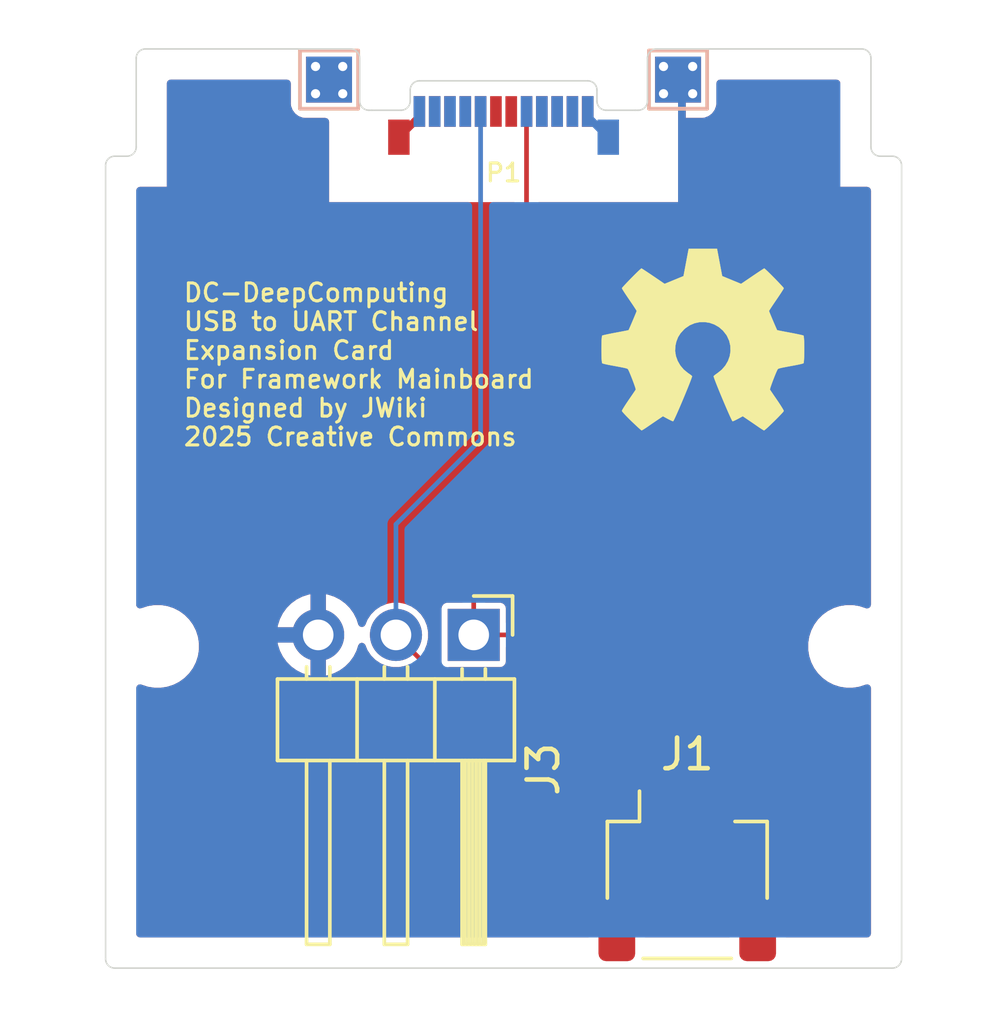
<source format=kicad_pcb>
(kicad_pcb (version 20241229) (generator "pcbnew") (generator_version "9.0")
  (title_block (title "Expansion Card Template") (rev "X1") (company "Framework") (comment 1 "This work is licensed under a Creative Commons Attribution 4.0 International License") (comment 4 "https://frame.work"))
  (layers (0 "F.Cu" signal) (2 "B.Cu" signal) (13 "F.Paste" user) (15 "B.Paste" user) (5 "F.SilkS" user "F.Silkscreen") (7 "B.SilkS" user "B.Silkscreen") (1 "F.Mask" user) (3 "B.Mask" user) (25 "Edge.Cuts" user))
  (net 0 "")
  (net 1 "GND")
  (net 2 "Net-(J1-Pin_3)")
  (net 3 "Net-(J1-Pin_1)")
  (net 5 "Net-(P1-VBUS-PadA4)")
  (footprint "Expansion_Card:USB_C_Plug_Molex_105444" (layer "F.Cu") (at 140 129)
    (property "Reference" "P1" (at 0 2.04 0) (layer "F.SilkS") (effects (font (size 0.5842 0.5842) (thickness 0.1016))))
    (property "Value" "USB_C_Plug")
    (fp_line (start -3.35 0) (end -4.3 0) (stroke (width 0.05)) (layer "Edge.Cuts"))
    (fp_line (start -3.05 -0.66) (end -3.05 -0.3) (stroke (width 0.05)) (layer "Edge.Cuts"))
    (fp_line (start -2.75 -0.96) (end 2.75 -0.96) (stroke (width 0.05)) (layer "Edge.Cuts"))
    (fp_line (start 3.05 -0.66) (end 3.05 -0.3) (stroke (width 0.05)) (layer "Edge.Cuts"))
    (fp_line (start 3.35 0) (end 4.3 0) (stroke (width 0.05)) (layer "Edge.Cuts"))
    (fp_arc (start -3.05 -0.66) (mid -2.962132 -0.872132) (end -2.75 -0.96) (stroke (width 0.05)) (layer "Edge.Cuts"))
    (fp_arc (start -3.05 -0.3) (mid -3.137868 -0.087868) (end -3.35 0) (stroke (width 0.05)) (layer "Edge.Cuts"))
    (fp_arc (start 2.75 -0.96) (mid 2.962132 -0.872132) (end 3.05 -0.66) (stroke (width 0.05)) (layer "Edge.Cuts"))
    (fp_arc (start 3.35 0) (mid 3.137868 -0.087868) (end 3.05 -0.3) (stroke (width 0.05)) (layer "Edge.Cuts"))
    (pad "A1" smd rect (at -2.75 0.04) (size 0.38 1) (layers "F.Cu" "F.Mask" "F.Paste") (net 1 "GND"))
    (pad "A2" smd rect (at -2.25 0.04) (size 0.38 1) (layers "F.Cu" "F.Mask" "F.Paste"))
    (pad "A3" smd rect (at -1.75 0.04) (size 0.38 1) (layers "F.Cu" "F.Mask" "F.Paste"))
    (pad "A4" smd rect (at -1.25 0.04) (size 0.38 1) (layers "F.Cu" "F.Mask" "F.Paste") (net 5 "Net-(P1-VBUS-PadA4)"))
    (pad "A5" smd rect (at -0.75 0.04) (size 0.38 1) (layers "F.Cu" "F.Mask" "F.Paste"))
    (pad "A6" smd rect (at -0.25 0.04) (size 0.38 1) (layers "F.Cu" "F.Mask" "F.Paste"))
    (pad "A7" smd rect (at 0.25 0.04) (size 0.38 1) (layers "F.Cu" "F.Mask" "F.Paste"))
    (pad "A8" smd rect (at 0.75 0.04) (size 0.38 1) (layers "F.Cu" "F.Mask" "F.Paste") (net 2 "Net-(J1-Pin_3)"))
    (pad "A9" smd rect (at 1.25 0.04) (size 0.38 1) (layers "F.Cu" "F.Mask" "F.Paste") (net 5 "Net-(P1-VBUS-PadA4)"))
    (pad "A10" smd rect (at 1.75 0.04) (size 0.38 1) (layers "F.Cu" "F.Mask" "F.Paste"))
    (pad "A11" smd rect (at 2.25 0.04) (size 0.38 1) (layers "F.Cu" "F.Mask" "F.Paste"))
    (pad "A12" smd rect (at 2.75 0.04) (size 0.38 1) (layers "F.Cu" "F.Mask" "F.Paste") (net 1 "GND"))
    (pad "B1" smd rect (at 2.75 0.04) (size 0.38 1) (layers "B.Cu" "B.Mask" "B.Paste") (net 1 "GND"))
    (pad "B2" smd rect (at 2.25 0.04) (size 0.38 1) (layers "B.Cu" "B.Mask" "B.Paste"))
    (pad "B3" smd rect (at 1.75 0.04) (size 0.38 1) (layers "B.Cu" "B.Mask" "B.Paste"))
    (pad "B4" smd rect (at 1.25 0.04) (size 0.38 1) (layers "B.Cu" "B.Mask" "B.Paste") (net 5 "Net-(P1-VBUS-PadA4)"))
    (pad "B5" smd rect (at 0.75 0.04) (size 0.38 1) (layers "B.Cu" "B.Mask" "B.Paste"))
    (pad "B8" smd rect (at -0.75 0.04) (size 0.38 1) (layers "B.Cu" "B.Mask" "B.Paste") (net 3 "Net-(J1-Pin_1)"))
    (pad "B9" smd rect (at -1.25 0.04) (size 0.38 1) (layers "B.Cu" "B.Mask" "B.Paste") (net 5 "Net-(P1-VBUS-PadA4)"))
    (pad "B10" smd rect (at -1.75 0.04) (size 0.38 1) (layers "B.Cu" "B.Mask" "B.Paste"))
    (pad "B11" smd rect (at -2.25 0.04) (size 0.38 1) (layers "B.Cu" "B.Mask" "B.Paste"))
    (pad "B12" smd rect (at -2.75 0.04) (size 0.38 1) (layers "B.Cu" "B.Mask" "B.Paste") (net 1 "GND"))
    (pad "S1" smd rect (at -3.42 0.88) (size 0.7 1.15) (layers "F.Cu" "F.Mask" "F.Paste") (net 1 "GND"))
    (pad "S1" smd rect (at 3.42 0.88) (size 0.7 1.15) (layers "B.Cu" "B.Mask" "B.Paste") (net 1 "GND"))
  )
  (footprint "MountingHole:MountingHole_2.2mm_M2" (layer "F.Cu") (at 128.7 146.5)
    (property "Reference" "H1" (hide yes))
    (property "Value" "MountingHole")
    (pad "" np_thru_hole circle (at 0 0) (size 2.2 2.2) (drill 2.2) (layers "*.Cu" "*.Mask"))
  )
  (footprint "MountingHole:MountingHole_2.2mm_M2" (layer "F.Cu") (at 151.3 146.5)
    (property "Reference" "H2" (hide yes))
    (property "Value" "MountingHole")
    (pad "" np_thru_hole circle (at 0 0) (size 2.2 2.2) (drill 2.2) (layers "*.Cu" "*.Mask"))
  )
  (footprint "TestPoint:TestPoint_Pad_1.5x1.5mm" (layer "F.Cu") (at 134.3 128)
    (property "Reference" "TP1" (hide yes))
    (property "Value" "TestPoint")
    (fp_line (start -0.95 -0.95) (end 0.95 -0.95) (stroke (width 0.12)) (layer "F.SilkS"))
    (fp_line (start -0.95 0.95) (end -0.95 -0.95) (stroke (width 0.12)) (layer "F.SilkS"))
    (fp_line (start 0.95 -0.95) (end 0.95 0.95) (stroke (width 0.12)) (layer "F.SilkS"))
    (fp_line (start 0.95 0.95) (end -0.95 0.95) (stroke (width 0.12)) (layer "F.SilkS"))
    (pad "1" smd rect (at 0 0) (size 1.5 1.5) (layers "F.Cu" "F.Mask") (net 1 "GND"))
  )
  (footprint "TestPoint:TestPoint_Pad_1.5x1.5mm" (layer "F.Cu") (at 145.7 128)
    (property "Reference" "TP3" (hide yes))
    (property "Value" "TestPoint")
    (fp_line (start -0.95 -0.95) (end 0.95 -0.95) (stroke (width 0.12)) (layer "F.SilkS"))
    (fp_line (start -0.95 0.95) (end -0.95 -0.95) (stroke (width 0.12)) (layer "F.SilkS"))
    (fp_line (start 0.95 -0.95) (end 0.95 0.95) (stroke (width 0.12)) (layer "F.SilkS"))
    (fp_line (start 0.95 0.95) (end -0.95 0.95) (stroke (width 0.12)) (layer "F.SilkS"))
    (pad "1" smd rect (at 0 0) (size 1.5 1.5) (layers "F.Cu" "F.Mask") (net 1 "GND"))
  )
  (footprint "Symbol:OSHW-Symbol_6.7x6mm_SilkScreen" (layer "F.Cu") (at 146.5 136.5)
    (property "Reference" "REF**" (hide yes))
    (property "Value" "OSHW-Symbol_6.7x6mm_SilkScreen" (hide yes))
    (fp_poly (pts (xy 0.555814 -2.531069) (xy 0.639635 -2.086445) (xy 0.94892 -1.958947) (xy 1.258206 -1.831449) (xy 1.629246 -2.083754) (xy 1.733157 -2.154004) (xy 1.827087 -2.216728) (xy 1.906652 -2.269062) (xy 1.96747 -2.308143) (xy 2.005157 -2.331107) (xy 2.015421 -2.336058) (xy 2.03391 -2.323324) (xy 2.07342 -2.288118) (xy 2.129522 -2.234938) (xy 2.197787 -2.168282) (xy 2.273786 -2.092646) (xy 2.353092 -2.012528) (xy 2.431275 -1.932426) (xy 2.503907 -1.856836) (xy 2.566559 -1.790255) (xy 2.614803 -1.737182) (xy 2.64421 -1.702113) (xy 2.651241 -1.690377) (xy 2.641123 -1.66874) (xy 2.612759 -1.621338) (xy 2.569129 -1.552807) (xy 2.513218 -1.467785) (xy 2.448006 -1.370907) (xy 2.410219 -1.31565) (xy 2.341343 -1.214752) (xy 2.28014 -1.123701) (xy 2.229578 -1.04703) (xy 2.192628 -0.989272) (xy 2.172258 -0.954957) (xy 2.169197 -0.947746) (xy 2.176136 -0.927252) (xy 2.195051 -0.879487) (xy 2.223087 -0.811168) (xy 2.257391 -0.729011) (xy 2.295109 -0.63973) (xy 2.333387 -0.550042) (xy 2.36937 -0.466662) (xy 2.400206 -0.396306) (xy 2.423039 -0.34569) (xy 2.435017 -0.321529) (xy 2.435724 -0.320578) (xy 2.454531 -0.315964) (xy 2.504618 -0.305672) (xy 2.580793 -0.290713) (xy 2.677865 -0.272099) (xy 2.790643 -0.250841) (xy 2.856442 -0.238582) (xy 2.97695 -0.215638) (xy 3.085797 -0.193805) (xy 3.177476 -0.174278) (xy 3.246481 -0.158252) (xy 3.287304 -0.146921) (xy 3.295511 -0.143326) (xy 3.303548 -0.118994) (xy 3.310033 -0.064041) (xy 3.31497 0.015108) (xy 3.318364 0.112026) (xy 3.320218 0.220287) (xy 3.320538 0.333465) (xy 3.319327 0.445135) (xy 3.31659 0.548868) (xy 3.312331 0.638241) (xy 3.306555 0.706826) (xy 3.299267 0.748197) (xy 3.294895 0.75681) (xy 3.268764 0.767133) (xy 3.213393 0.781892) (xy 3.136107 0.799352) (xy 3.04423 0.81778) (xy 3.012158 0.823741) (xy 2.857524 0.852066) (xy 2.735375 0.874876) (xy 2.641673 0.89308) (xy 2.572384 0.907583) (xy 2.523471 0.919292) (xy 2.490897 0.929115) (xy 2.470628 0.937956) (xy 2.458626 0.946724) (xy 2.456947 0.948457) (xy 2.440184 0.976371) (xy 2.414614 1.030695) (xy 2.382788 1.104777) (xy 2.34726 1.191965) (xy 2.310583 1.285608) (xy 2.275311 1.379052) (xy 2.243996 1.465647) (xy 2.219193 1.53874) (xy 2.203454 1.591678) (xy 2.199332 1.617811) (xy 2.199676 1.618726) (xy 2.213641 1.640086) (xy 2.245322 1.687084) (xy 2.291391 1.754827) (xy 2.348518 1.838423) (xy 2.413373 1.932982) (xy 2.431843 1.959854) (xy 2.497699 2.057275) (xy 2.55565 2.146163) (xy 2.602538 2.221412) (xy 2.635207 2.27792) (xy 2.6505 2.310581) (xy 2.651241 2.314593) (xy 2.638392 2.335684) (xy 2.602888 2.377464) (xy 2.549293 2.435445) (xy 2.482171 2.505135) (xy 2.406087 2.582045) (xy 2.325604 2.661683) (xy 2.245287 2.739561) (xy 2.169699 2.811186) (xy 2.103405 2.87207) (xy 2.050969 2.917721) (xy 2.016955 2.94365) (xy 2.007545 2.947883) (xy 1.985643 2.937912) (xy 1.9408 2.91102) (xy 1.880321 2.871736) (xy 1.833789 2.840117) (xy 1.749475 2.782098) (xy 1.649626 2.713784) (xy 1.549473 2.645579) (xy 1.495627 2.609075) (xy 1.313371 2.4858) (xy 1.160381 2.56852) (xy 1.090682 2.604759) (xy 1.031414 2.632926) (xy 0.991311 2.648991) (xy 0.981103 2.651226) (xy 0.968829 2.634722) (xy 0.944613 2.588082) (xy 0.910263 2.515609) (xy 0.867588 2.421606) (xy 0.818394 2.310374) (xy 0.76449 2.186215) (xy 0.707684 2.053432) (xy 0.649782 1.916327) (xy 0.592593 1.779202) (xy 0.537924 1.646358) (xy 0.487584 1.522098) (xy 0.44338 1.410725) (xy 0.407119 1.316539) (xy 0.380609 1.243844) (xy 0.365658 1.196941) (xy 0.363254 1.180833) (xy 0.382311 1.160286) (xy 0.424036 1.126933) (xy 0.479706 1.087702) (xy 0.484378 1.084599) (xy 0.628264 0.969423) (xy 0.744283 0.835053) (xy 0.83143 0.685784) (xy 0.888699 0.525913) (xy 0.915086 0.359737) (xy 0.909585 0.191552) (xy 0.87119 0.025655) (xy 0.798895 -0.133658) (xy 0.777626 -0.168513) (xy 0.666996 -0.309263) (xy 0.536302 -0.422286) (xy 0.390064 -0.506997) (xy 0.232808 -0.562806) (xy 0.069057 -0.589126) (xy -0.096667 -0.58537) (xy -0.259838 -0.55095) (xy -0.415935 -0.485277) (xy -0.560433 -0.387765) (xy -0.605131 -0.348187) (xy -0.718888 -0.224297) (xy -0.801782 -0.093876) (xy -0.858644 0.052315) (xy -0.890313 0.197088) (xy -0.898131 0.35986) (xy -0.872062 0.52344) (xy -0.814755 0.682298) (xy -0.728856 0.830906) (xy -0.617014 0.963735) (xy -0.481877 1.075256) (xy -0.464117 1.087011) (xy -0.40785 1.125508) (xy -0.365077 1.158863) (xy -0.344628 1.18016) (xy -0.344331 1.180833) (xy -0.348721 1.203871) (xy -0.366124 1.256157) (xy -0.394732 1.33339) (xy -0.432735 1.431268) (xy -0.478326 1.545491) (xy -0.529697 1.671758) (xy -0.585038 1.805767) (xy -0.642542 1.943218) (xy -0.700399 2.079808) (xy -0.756802 2.211237) (xy -0.809942 2.333205) (xy -0.85801 2.441409) (xy -0.899199 2.531549) (xy -0.931699 2.599323) (xy -0.953703 2.64043) (xy -0.962564 2.651226) (xy -0.98964 2.642819) (xy -1.040303 2.620272) (xy -1.105817 2.587613) (xy -1.141841 2.56852) (xy -1.294832 2.4858) (xy -1.477088 2.609075) (xy -1.570125 2.672228) (xy -1.671985 2.741727) (xy -1.767438 2.807165) (xy -1.81525 2.840117) (xy -1.882495 2.885273) (xy -1.939436 2.921057) (xy -1.978646 2.942938) (xy -1.991381 2.947563) (xy -2.009917 2.935085) (xy -2.050941 2.900252) (xy -2.110475 2.846678) (xy -2.184542 2.777983) (xy -2.269165 2.697781) (xy -2.322685 2.646286) (xy -2.416319 2.554286) (xy -2.497241 2.471999) (xy -2.562177 2.402945) (xy -2.607858 2.350644) (xy -2.631011 2.318616) (xy -2.633232 2.312116) (xy -2.622924 2.287394) (xy -2.594439 2.237405) (xy -2.550937 2.167212) (xy -2.495577 2.081875) (xy -2.43152 1.986456) (xy -2.413303 1.959854) (xy -2.346927 1.863167) (xy -2.287378 1.776117) (xy -2.237984 1.703595) (xy -2.202075 1.650493) (xy -2.182981 1.621703) (xy -2.181136 1.618726) (xy -2.183895 1.595782) (xy -2.198538 1.545336) (xy -2.222513 1.474041) (xy -2.253266 1.388547) (xy -2.288244 1.295507) (xy -2.324893 1.201574) (xy -2.360661 1.113399) (xy -2.392994 1.037634) (xy -2.419338 0.980931) (xy -2.437142 0.949943) (xy -2.438407 0.948457) (xy -2.449294 0.939601) (xy -2.467682 0.930843) (xy -2.497606 0.921277) (xy -2.543103 0.909996) (xy -2.608209 0.896093) (xy -2.696961 0.878663) (xy -2.813393 0.856798) (xy -2.961542 0.829591) (xy -2.993618 0.823741) (xy -3.088686 0.805374) (xy -3.171565 0.787405) (xy -3.23493 0.771569) (xy -3.271458 0.7596) (xy -3.276356 0.75681) (xy -3.284427 0.732072) (xy -3.290987 0.67679) (xy -3.296033 0.597389) (xy -3.299559 0.500296) (xy -3.301561 0.391938) (xy -3.302036 0.27874) (xy -3.300977 0.167128) (xy -3.298382 0.063529) (xy -3.294246 -0.025632) (xy -3.288563 -0.093928) (xy -3.281331 -0.134934) (xy -3.276971 -0.143326) (xy -3.252698 -0.151792) (xy -3.197426 -0.165565) (xy -3.116662 -0.18345) (xy -3.015912 -0.204252) (xy -2.900683 -0.226777) (xy -2.837902 -0.238582) (xy -2.718787 -0.260849) (xy -2.612565 -0.281021) (xy -2.524427 -0.298085) (xy -2.459566 -0.311031) (xy -2.423174 -0.318845) (xy -2.417184 -0.320578) (xy -2.407061 -0.34011) (xy -2.385662 -0.387157) (xy -2.355839 -0.454997) (xy -2.320445 -0.536909) (xy -2.282332 -0.626172) (xy -2.244353 -0.716065) (xy -2.20936 -0.799865) (xy -2.180206 -0.870853) (xy -2.159743 -0.922306) (xy -2.150823 -0.947503) (xy -2.150657 -0.948604) (xy -2.160769 -0.968481) (xy -2.189117 -1.014223) (xy -2.232723 -1.081283) (xy -2.288606 -1.165116) (xy -2.353787 -1.261174) (xy -2.391679 -1.31635) (xy -2.460725 -1.417519) (xy -2.52205 -1.50937) (xy -2.572663 -1.587256) (xy -2.609571 -1.646531) (xy -2.629782 -1.682549) (xy -2.632701 -1.690623) (xy -2.620153 -1.709416) (xy -2.585463 -1.749543) (xy -2.533063 -1.806507) (xy -2.467384 -1.875815) (xy -2.392856 -1.952969) (xy -2.313913 -2.033475) (xy -2.234983 -2.112837) (xy -2.1605 -2.18656) (xy -2.094894 -2.250148) (xy -2.042596 -2.299106) (xy -2.008039 -2.328939) (xy -1.996478 -2.336058) (xy -1.977654 -2.326047) (xy -1.932631 -2.297922) (xy -1.865787 -2.254546) (xy -1.781499 -2.198782) (xy -1.684144 -2.133494) (xy -1.610707 -2.083754) (xy -1.239667 -1.831449) (xy -0.621095 -2.086445) (xy -0.537275 -2.531069) (xy -0.453454 -2.975693) (xy 0.471994 -2.975693) (xy 0.555814 -2.531069)) (stroke (width 0.01)) (fill yes) (layer "F.SilkS"))
  )
  (footprint "Connector_PinHeader_2.54mm:PinHeader_1x03_P2.54mm_Horizontal" (layer "F.Cu") (at 139.025 146.125 -90)
    (property "Reference" "J3" (at 4.385 -2.27 90) (layer "F.SilkS"))
    (property "Value" "PinHeader_UART")
    (fp_line (start 1.44 6.41) (end 4.1 6.41) (stroke (width 0.12)) (layer "F.SilkS"))
    (fp_line (start 4.1 6.41) (end 4.1 -1.33) (stroke (width 0.12)) (layer "F.SilkS"))
    (fp_line (start 1.042929 5.46) (end 1.44 5.46) (stroke (width 0.12)) (layer "F.SilkS"))
    (fp_line (start 10.1 5.46) (end 4.1 5.46) (stroke (width 0.12)) (layer "F.SilkS"))
    (fp_line (start 1.042929 4.7) (end 1.44 4.7) (stroke (width 0.12)) (layer "F.SilkS"))
    (fp_line (start 4.1 4.7) (end 10.1 4.7) (stroke (width 0.12)) (layer "F.SilkS"))
    (fp_line (start 10.1 4.7) (end 10.1 5.46) (stroke (width 0.12)) (layer "F.SilkS"))
    (fp_line (start 1.44 3.81) (end 4.1 3.81) (stroke (width 0.12)) (layer "F.SilkS"))
    (fp_line (start 1.042929 2.92) (end 1.44 2.92) (stroke (width 0.12)) (layer "F.SilkS"))
    (fp_line (start 10.1 2.92) (end 4.1 2.92) (stroke (width 0.12)) (layer "F.SilkS"))
    (fp_line (start 1.042929 2.16) (end 1.44 2.16) (stroke (width 0.12)) (layer "F.SilkS"))
    (fp_line (start 4.1 2.16) (end 10.1 2.16) (stroke (width 0.12)) (layer "F.SilkS"))
    (fp_line (start 10.1 2.16) (end 10.1 2.92) (stroke (width 0.12)) (layer "F.SilkS"))
    (fp_line (start 1.44 1.27) (end 4.1 1.27) (stroke (width 0.12)) (layer "F.SilkS"))
    (fp_line (start 1.11 0.38) (end 1.44 0.38) (stroke (width 0.12)) (layer "F.SilkS"))
    (fp_line (start 10.1 0.38) (end 4.1 0.38) (stroke (width 0.12)) (layer "F.SilkS"))
    (fp_line (start 4.1 0.28) (end 10.1 0.28) (stroke (width 0.12)) (layer "F.SilkS"))
    (fp_line (start 4.1 0.16) (end 10.1 0.16) (stroke (width 0.12)) (layer "F.SilkS"))
    (fp_line (start 4.1 0.04) (end 10.1 0.04) (stroke (width 0.12)) (layer "F.SilkS"))
    (fp_line (start -1.27 0) (end -1.27 -1.27) (stroke (width 0.12)) (layer "F.SilkS"))
    (fp_line (start 4.1 -0.08) (end 10.1 -0.08) (stroke (width 0.12)) (layer "F.SilkS"))
    (fp_line (start 4.1 -0.2) (end 10.1 -0.2) (stroke (width 0.12)) (layer "F.SilkS"))
    (fp_line (start 4.1 -0.32) (end 10.1 -0.32) (stroke (width 0.12)) (layer "F.SilkS"))
    (fp_line (start 1.11 -0.38) (end 1.44 -0.38) (stroke (width 0.12)) (layer "F.SilkS"))
    (fp_line (start 4.1 -0.38) (end 10.1 -0.38) (stroke (width 0.12)) (layer "F.SilkS"))
    (fp_line (start 10.1 -0.38) (end 10.1 0.38) (stroke (width 0.12)) (layer "F.SilkS"))
    (fp_line (start -1.27 -1.27) (end 0 -1.27) (stroke (width 0.12)) (layer "F.SilkS"))
    (fp_line (start 1.44 -1.33) (end 1.44 6.41) (stroke (width 0.12)) (layer "F.SilkS"))
    (fp_line (start 4.1 -1.33) (end 1.44 -1.33) (stroke (width 0.12)) (layer "F.SilkS"))
    (pad "1" thru_hole rect (at 0 0 270) (size 1.7 1.7) (drill 1) (layers "*.Cu" "*.Mask") (net 2 "Net-(J1-Pin_3)"))
    (pad "2" thru_hole oval (at 0 2.54 270) (size 1.7 1.7) (drill 1) (layers "*.Cu" "*.Mask") (net 3 "Net-(J1-Pin_1)"))
    (pad "3" thru_hole oval (at 0 5.08 270) (size 1.7 1.7) (drill 1) (layers "*.Cu" "*.Mask") (net 1 "GND"))
  )
  (footprint "Connector_JST:JST_SH_SM03B-SRSS-TB_1x03-1MP_P1.00mm_Horizontal" (layer "F.Cu") (at 146 154)
    (property "Reference" "J1" (at 0 -3.98 0) (layer "F.SilkS"))
    (property "Value" "JST_UART")
    (fp_line (start -2.61 -1.785) (end -1.56 -1.785) (stroke (width 0.12)) (layer "F.SilkS"))
    (fp_line (start -2.61 0.715) (end -2.61 -1.785) (stroke (width 0.12)) (layer "F.SilkS"))
    (fp_line (start -1.56 -1.785) (end -1.56 -2.775) (stroke (width 0.12)) (layer "F.SilkS"))
    (fp_line (start -1.44 2.685) (end 1.44 2.685) (stroke (width 0.12)) (layer "F.SilkS"))
    (fp_line (start 2.61 -1.785) (end 1.56 -1.785) (stroke (width 0.12)) (layer "F.SilkS"))
    (fp_line (start 2.61 0.715) (end 2.61 -1.785) (stroke (width 0.12)) (layer "F.SilkS"))
    (pad "1" smd roundrect (at -1 -2) (size 0.6 1.55) (layers "F.Cu" "F.Mask" "F.Paste") (net 3 "Net-(J1-Pin_1)"))
    (pad "2" smd roundrect (at 0 -2) (size 0.6 1.55) (layers "F.Cu" "F.Mask" "F.Paste") (net 1 "GND"))
    (pad "3" smd roundrect (at 1 -2) (size 0.6 1.55) (layers "F.Cu" "F.Mask" "F.Paste") (net 2 "Net-(J1-Pin_3)"))
    (pad "MP" smd roundrect (at -2.3 1.875) (size 1.2 1.8) (layers "F.Cu" "F.Mask" "F.Paste") (roundrect_rratio 0.208333))
    (pad "MP" smd roundrect (at 2.3 1.875) (size 1.2 1.8) (layers "F.Cu" "F.Mask" "F.Paste") (roundrect_rratio 0.208333))
  )
  (footprint "TestPoint:TestPoint_Pad_1.5x1.5mm" (layer "B.Cu") (at 134.3 128)
    (property "Reference" "TP2" (hide yes))
    (property "Value" "TestPoint")
    (fp_line (start -0.95 -0.95) (end -0.95 0.95) (stroke (width 0.12)) (layer "B.SilkS"))
    (fp_line (start -0.95 0.95) (end 0.95 0.95) (stroke (width 0.12)) (layer "B.SilkS"))
    (fp_line (start 0.95 -0.95) (end -0.95 -0.95) (stroke (width 0.12)) (layer "B.SilkS"))
    (fp_line (start 0.95 0.95) (end 0.95 -0.95) (stroke (width 0.12)) (layer "B.SilkS"))
    (pad "1" smd rect (at 0 0) (size 1.5 1.5) (layers "B.Cu" "B.Mask") (net 1 "GND"))
  )
  (footprint "TestPoint:TestPoint_Pad_1.5x1.5mm" (layer "B.Cu") (at 145.7 128)
    (property "Reference" "TP4" (hide yes))
    (property "Value" "TestPoint")
    (fp_line (start -0.95 -0.95) (end -0.95 0.95) (stroke (width 0.12)) (layer "B.SilkS"))
    (fp_line (start -0.95 0.95) (end 0.95 0.95) (stroke (width 0.12)) (layer "B.SilkS"))
    (fp_line (start 0.95 -0.95) (end -0.95 -0.95) (stroke (width 0.12)) (layer "B.SilkS"))
    (fp_line (start 0.95 0.95) (end 0.95 -0.95) (stroke (width 0.12)) (layer "B.SilkS"))
    (pad "1" smd rect (at 0 0) (size 1.5 1.5) (layers "B.Cu" "B.Mask") (net 1 "GND"))
  )
  (gr_line (start 153 130.8) (end 153 156.7) (stroke (width 0.05)) (layer "Edge.Cuts"))
  (gr_line (start 127.3 157) (end 152.7 157) (stroke (width 0.05)) (layer "Edge.Cuts"))
  (gr_arc (start 144.7 128.7) (mid 144.612132 128.912132) (end 144.4 129) (stroke (width 0.05)) (layer "Edge.Cuts"))
  (gr_arc (start 135 127) (mid 135.212132 127.087868) (end 135.3 127.3) (stroke (width 0.05)) (layer "Edge.Cuts"))
  (gr_line (start 144.7 128.7) (end 144.7 127.3) (stroke (width 0.05)) (layer "Edge.Cuts"))
  (gr_arc (start 144.7 127.3) (mid 144.787868 127.087868) (end 145 127) (stroke (width 0.05)) (layer "Edge.Cuts"))
  (gr_line (start 135 127) (end 128.3 127) (stroke (width 0.05)) (layer "Edge.Cuts"))
  (gr_line (start 145 127) (end 151.7 127) (stroke (width 0.05)) (layer "Edge.Cuts"))
  (gr_arc (start 127.3 157) (mid 127.087868 156.912132) (end 127 156.7) (stroke (width 0.05)) (layer "Edge.Cuts"))
  (gr_line (start 144.3 129) (end 144.4 129) (stroke (width 0.05)) (layer "Edge.Cuts"))
  (gr_arc (start 128 127.3) (mid 128.087868 127.087868) (end 128.3 127) (stroke (width 0.05)) (layer "Edge.Cuts"))
  (gr_line (start 128 130.2) (end 128 127.3) (stroke (width 0.05)) (layer "Edge.Cuts"))
  (gr_arc (start 128 130.2) (mid 127.912132 130.412132) (end 127.7 130.5) (stroke (width 0.05)) (layer "Edge.Cuts"))
  (gr_arc (start 127 130.8) (mid 127.087868 130.587868) (end 127.3 130.5) (stroke (width 0.05)) (layer "Edge.Cuts"))
  (gr_line (start 127.3 130.5) (end 127.7 130.5) (stroke (width 0.05)) (layer "Edge.Cuts"))
  (gr_line (start 152 130.2) (end 152 127.3) (stroke (width 0.05)) (layer "Edge.Cuts"))
  (gr_arc (start 152.7 130.5) (mid 152.912132 130.587868) (end 153 130.8) (stroke (width 0.05)) (layer "Edge.Cuts"))
  (gr_arc (start 152.3 130.5) (mid 152.087868 130.412132) (end 152 130.2) (stroke (width 0.05)) (layer "Edge.Cuts"))
  (gr_line (start 152.3 130.5) (end 152.7 130.5) (stroke (width 0.05)) (layer "Edge.Cuts"))
  (gr_line (start 135.3 128.7) (end 135.3 127.3) (stroke (width 0.05)) (layer "Edge.Cuts"))
  (gr_arc (start 151.7 127) (mid 151.912132 127.087868) (end 152 127.3) (stroke (width 0.05)) (layer "Edge.Cuts"))
  (gr_arc (start 135.6 129) (mid 135.387868 128.912132) (end 135.3 128.7) (stroke (width 0.05)) (layer "Edge.Cuts"))
  (gr_line (start 135.6 129) (end 135.7 129) (stroke (width 0.05)) (layer "Edge.Cuts"))
  (gr_line (start 127 130.8) (end 127 156.7) (stroke (width 0.05)) (layer "Edge.Cuts"))
  (gr_arc (start 153 156.7) (mid 152.912132 156.912132) (end 152.7 157) (stroke (width 0.05)) (layer "Edge.Cuts"))
  (gr_text "DC-DeepComputing\nUSB to UART Channel\nExpansion Card\nFor Framework Mainboard\nDesigned by JWiki\n2025 Creative Commons" (at 129.5 140 0) (layer "F.SilkS") (effects (font (size 0.5842 0.5842) (thickness 0.1016) (bold yes)) (justify left bottom)))
  (segment (start 136.58 129.88) (end 137.234 129.226) (width 0.25) (layer "F.Cu") (net 1))
  (segment (start 137.234 129.226) (end 137.234 129.04) (width 0.25) (layer "F.Cu") (net 1))
  (via (at 133.858 127.5715) (size 0.5) (drill 0.3) (layers "F.Cu" "B.Cu") (net 1))
  (via (at 133.858 128.4605) (size 0.5) (drill 0.3) (layers "F.Cu" "B.Cu") (net 1))
  (via (at 146.177 127.5715) (size 0.5) (drill 0.3) (layers "F.Cu" "B.Cu") (net 1))
  (via (at 146.177 128.4605) (size 0.5) (drill 0.3) (layers "F.Cu" "B.Cu") (net 1))
  (via (at 145.2245 127.5715) (size 0.5) (drill 0.3) (layers "F.Cu" "B.Cu") (net 1))
  (via (at 145.2245 128.4605) (size 0.5) (drill 0.3) (layers "F.Cu" "B.Cu") (net 1))
  (via (at 134.747 128.4605) (size 0.5) (drill 0.3) (layers "F.Cu" "B.Cu") (net 1))
  (via (at 134.747 127.5715) (size 0.5) (drill 0.3) (layers "F.Cu" "B.Cu") (net 1))
  (segment (start 142.766 129.226) (end 142.766 129.04) (width 0.25) (layer "B.Cu") (net 1))
  (segment (start 143.42 129.88) (end 142.766 129.226) (width 0.25) (layer "B.Cu") (net 1))
  (segment (start 139.025 140.975) (end 139.025 146.125) (width 0.1524) (layer "F.Cu") (net 2))
  (segment (start 143.125 146.125) (end 147 150) (width 0.1524) (layer "F.Cu") (net 2))
  (segment (start 140.75 139.25) (end 139.025 140.975) (width 0.1524) (layer "F.Cu") (net 2))
  (segment (start 147 150) (end 147 152) (width 0.1524) (layer "F.Cu") (net 2))
  (segment (start 139.025 146.125) (end 143.125 146.125) (width 0.1524) (layer "F.Cu") (net 2))
  (segment (start 140.75 129.04) (end 140.75 139.25) (width 0.1524) (layer "F.Cu") (net 2))
  (segment (start 136.485 146.125) (end 138.86 148.5) (width 0.1524) (layer "F.Cu") (net 3))
  (segment (start 145 150.5) (end 145 152) (width 0.1524) (layer "F.Cu") (net 3))
  (segment (start 143 148.5) (end 145 150.5) (width 0.1524) (layer "F.Cu") (net 3))
  (segment (start 138.86 148.5) (end 143 148.5) (width 0.1524) (layer "F.Cu") (net 3))
  (segment (start 139.25 139.75) (end 136.485 142.515) (width 0.1524) (layer "B.Cu") (net 3))
  (segment (start 136.485 142.515) (end 136.485 146.125) (width 0.1524) (layer "B.Cu") (net 3))
  (segment (start 139.25 129.04) (end 139.25 139.75) (width 0.1524) (layer "B.Cu") (net 3))
  (zone (net 1) (net_name "GND") (layers "F.Cu" "B.Cu") (connect_pads (clearance 0.1524)) (min_thickness 0.25) (fill yes (thermal_gap 0.5) (thermal_bridge_width 0.5))
    (polygon (pts (xy 128 156) (xy 128 131.5) (xy 129 131.5) (xy 129 128) (xy 134.3 128) (xy 134.3 132) (xy 145.7 132) (xy 145.7 128) (xy 151 128) (xy 151 131.5) (xy 152 131.5) (xy 152 156)))
  )
)
</source>
